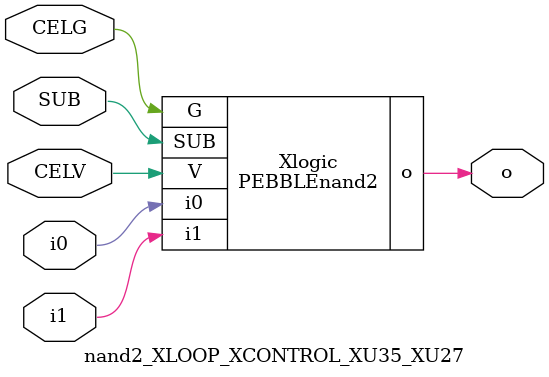
<source format=v>



module PEBBLEnand2 ( o, G, SUB, V, i0, i1 );

  input i0;
  input V;
  input i1;
  input G;
  output o;
  input SUB;
endmodule

//Celera Confidential Do Not Copy nand2_XLOOP_XCONTROL_XU35_XU27
//Celera Confidential Symbol Generator
//5V NAND2
module nand2_XLOOP_XCONTROL_XU35_XU27 (CELV,CELG,i0,i1,o,SUB);
input CELV;
input CELG;
input i0;
input i1;
input SUB;
output o;

//Celera Confidential Do Not Copy nand2
PEBBLEnand2 Xlogic(
.V (CELV),
.i0 (i0),
.i1 (i1),
.o (o),
.SUB (SUB),
.G (CELG)
);
//,diesize,PEBBLEnand2

//Celera Confidential Do Not Copy Module End
//Celera Schematic Generator
endmodule

</source>
